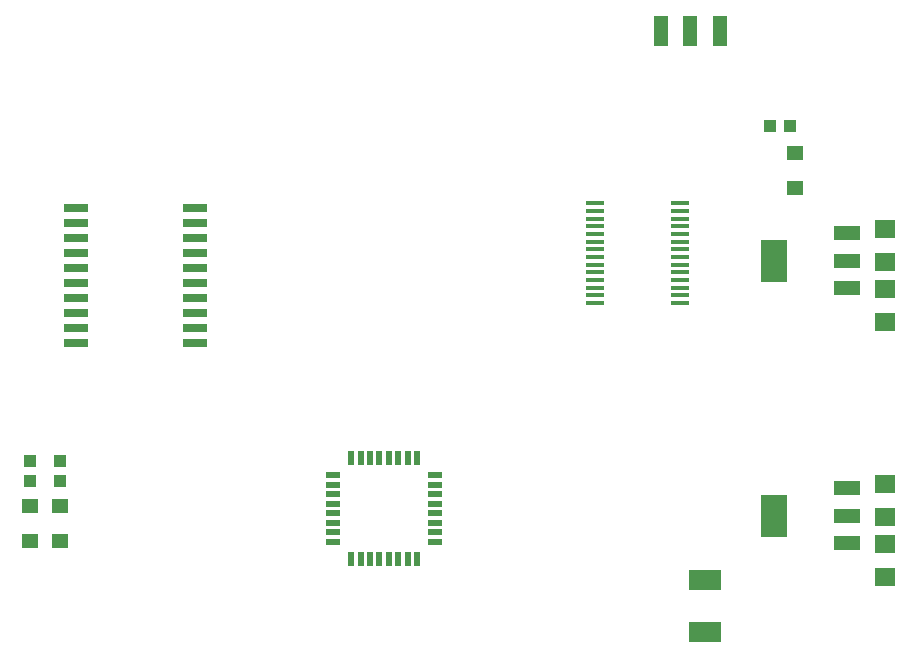
<source format=gtp>
G75*
G70*
%OFA0B0*%
%FSLAX24Y24*%
%IPPOS*%
%LPD*%
%AMOC8*
5,1,8,0,0,1.08239X$1,22.5*
%
%ADD10R,0.0500X0.0220*%
%ADD11R,0.0220X0.0500*%
%ADD12R,0.0591X0.0157*%
%ADD13R,0.0472X0.0984*%
%ADD14R,0.1063X0.0709*%
%ADD15R,0.0800X0.0260*%
%ADD16R,0.0880X0.0480*%
%ADD17R,0.0866X0.1417*%
%ADD18R,0.0709X0.0630*%
%ADD19R,0.0551X0.0472*%
%ADD20R,0.0394X0.0433*%
%ADD21R,0.0433X0.0394*%
D10*
X012251Y007285D03*
X012251Y007600D03*
X012251Y007915D03*
X012251Y008230D03*
X012251Y008545D03*
X012251Y008860D03*
X012251Y009175D03*
X012251Y009490D03*
X015631Y009490D03*
X015631Y009175D03*
X015631Y008860D03*
X015631Y008545D03*
X015631Y008230D03*
X015631Y007915D03*
X015631Y007600D03*
X015631Y007285D03*
D11*
X015043Y006698D03*
X014729Y006698D03*
X014414Y006698D03*
X014099Y006698D03*
X013784Y006698D03*
X013469Y006698D03*
X013154Y006698D03*
X012839Y006698D03*
X012839Y010078D03*
X013154Y010078D03*
X013469Y010078D03*
X013784Y010078D03*
X014099Y010078D03*
X014414Y010078D03*
X014729Y010078D03*
X015043Y010078D03*
D12*
X020964Y015234D03*
X020964Y015490D03*
X020964Y015746D03*
X020964Y016002D03*
X020964Y016258D03*
X020964Y016514D03*
X020964Y016770D03*
X020964Y017026D03*
X020964Y017282D03*
X020964Y017537D03*
X020964Y017793D03*
X020964Y018049D03*
X020964Y018305D03*
X020964Y018561D03*
X023818Y018561D03*
X023818Y018305D03*
X023818Y018049D03*
X023818Y017793D03*
X023818Y017537D03*
X023818Y017282D03*
X023818Y017026D03*
X023818Y016770D03*
X023818Y016514D03*
X023818Y016258D03*
X023818Y016002D03*
X023818Y015746D03*
X023818Y015490D03*
X023818Y015234D03*
D13*
X024141Y024315D03*
X023157Y024315D03*
X025125Y024315D03*
D14*
X024641Y006014D03*
X024641Y004282D03*
D15*
X007621Y013898D03*
X007621Y014398D03*
X007621Y014898D03*
X007621Y015398D03*
X007621Y015898D03*
X007621Y016398D03*
X007621Y016898D03*
X007621Y017398D03*
X007621Y017898D03*
X007621Y018398D03*
X003661Y018398D03*
X003661Y017898D03*
X003661Y017398D03*
X003661Y016898D03*
X003661Y016398D03*
X003661Y015898D03*
X003661Y015398D03*
X003661Y014898D03*
X003661Y014398D03*
X003661Y013898D03*
D16*
X029361Y015738D03*
X029361Y016648D03*
X029361Y017558D03*
X029361Y009058D03*
X029361Y008148D03*
X029361Y007238D03*
D17*
X026921Y008148D03*
X026921Y016648D03*
D18*
X030641Y016597D03*
X030641Y015699D03*
X030641Y014597D03*
X030641Y017699D03*
X030641Y009199D03*
X030641Y008097D03*
X030641Y007199D03*
X030641Y006097D03*
D19*
X002141Y007307D03*
X003141Y007307D03*
X003141Y008488D03*
X002141Y008488D03*
X027641Y019057D03*
X027641Y020238D03*
D20*
X003141Y009982D03*
X003141Y009313D03*
X002141Y009313D03*
X002141Y009982D03*
D21*
X026806Y021148D03*
X027476Y021148D03*
M02*

</source>
